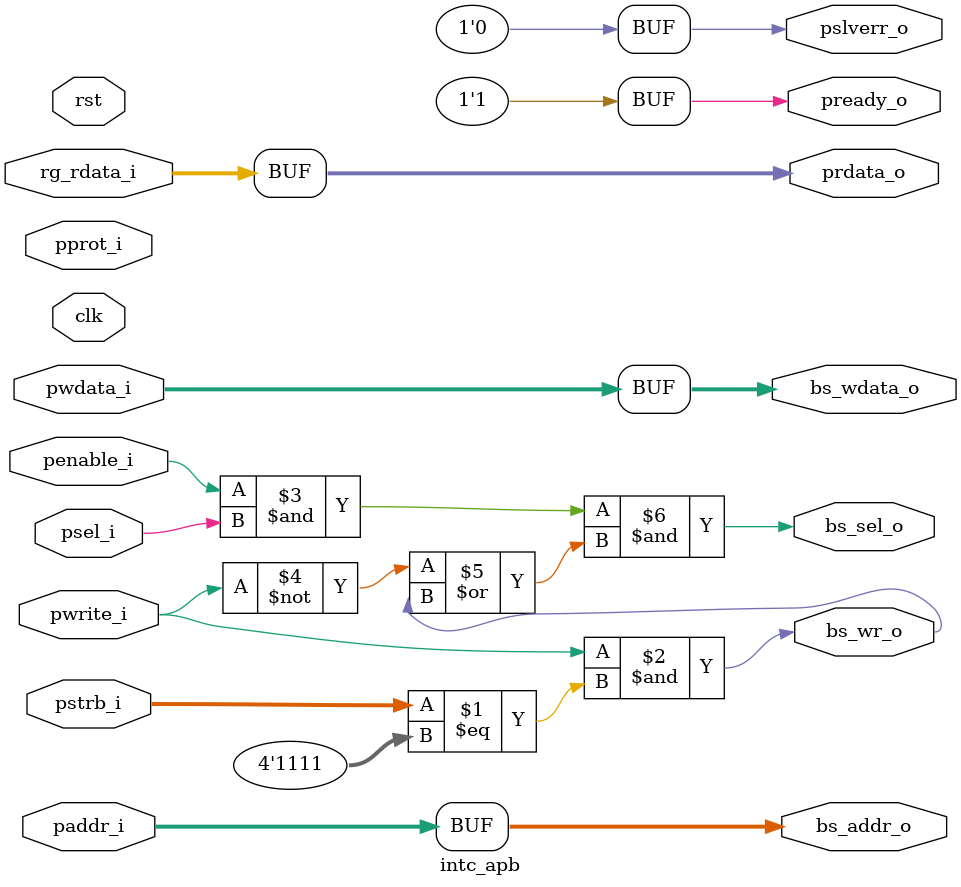
<source format=sv>


module intc_apb
    (
    clk,
    rst,//synchronous reset, active-high
    //---------------------------------
    //APB bus interface
    psel_i,
    pwrite_i,
    penable_i,
    paddr_i,
    pwdata_i,
    pstrb_i,
    pprot_i,
    prdata_o,
    pslverr_o,
    pready_o,
    //---------------------------------
    //Register interface
    bs_sel_o,
    bs_wr_o,
    bs_addr_o,
    bs_wdata_o,
    rg_rdata_i
    );

////////////////////////////////////////////////////////////////////////////////
//parameter
parameter AW  = 6'd32;
parameter DW  = 6'd32;


////////////////////////////////////////////////////////////////////////////////
// Port declarations
input logic               clk;
input logic               rst;
//---------------------------------
//APB interfaces
input logic               psel_i;
input logic               pwrite_i;
input logic               penable_i;
input logic [AW-1:0]      paddr_i;
input logic [DW-1:0]      pwdata_i;
input logic [2:0]         pprot_i;
input logic [3:0]         pstrb_i;
output logic [DW-1:0]     prdata_o;
output logic              pslverr_o;
output logic              pready_o;


//---------------------------------
//Register interface
output logic              bs_sel_o;
output logic              bs_wr_o;
output logic [31:0]       bs_addr_o;
output logic [31:0]       bs_wdata_o;
input logic [31:0]        rg_rdata_i;
//------------------------------------------------------------------------------
//internal signal
//------------------------------------------------------------------------------


//------------------------------------------------------------------------------
//Command decoding
//------------------------------------------------------------------------------
assign bs_wr_o = pwrite_i & (pstrb_i == 4'b1111);
assign bs_sel_o = penable_i & psel_i & ((~pwrite_i) | bs_wr_o);
//------------------------------------------------------------------------------
assign pready_o = 1'b1;
assign pslverr_o = 1'b0;
assign prdata_o = rg_rdata_i;
assign bs_addr_o = paddr_i;
assign bs_wdata_o = pwdata_i;


endmodule 

</source>
